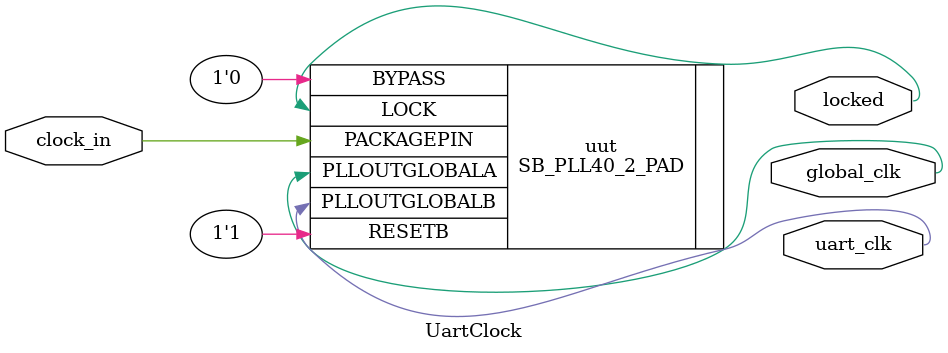
<source format=sv>
/**
 * PLL configuration [Modified]
 *
 * This Verilog module was generated automatically
 * using the icepll tool from the IceStorm project.
 * Use at your own risk.
 *
 * Given input frequency:        12.000 MHz
 * Requested output frequency:  100.000 MHz
 * Achieved output frequency:   100.500 MHz
 */
module UartClock(
	input  clock_in,
	output uart_clk,
	output global_clk,
	output locked
	);

	// Since we need both the global oscillator and PLL in the design
	// we need to use SB_PLL40_2_PAD 
	// https://github.com/YosysHQ/icestorm/issues/142
	// https://github.com/mystorm-org/BlackIce-II/wiki/PLLs-Advanced#sb_pll40_2_pad
    SB_PLL40_2_PAD #(
		.FEEDBACK_PATH("SIMPLE"),
		.DIVR(4'b0000),		// DIVR =  0
		.DIVF(7'b1000010),	// DIVF = 66
		.DIVQ(3'b011),		// DIVQ =  3
		.FILTER_RANGE(3'b001)	// FILTER_RANGE = 1
	) uut (
		.LOCK(locked),
		.RESETB(1'b1),
		.BYPASS(1'b0),
		.PACKAGEPIN(clock_in),
		.PLLOUTGLOBALA(global_clk),
		.PLLOUTGLOBALB(uart_clk)
	);

	// SIM
	// assign global_clk = clock_in;
	// assign uart_clk = clock_in;

endmodule

</source>
